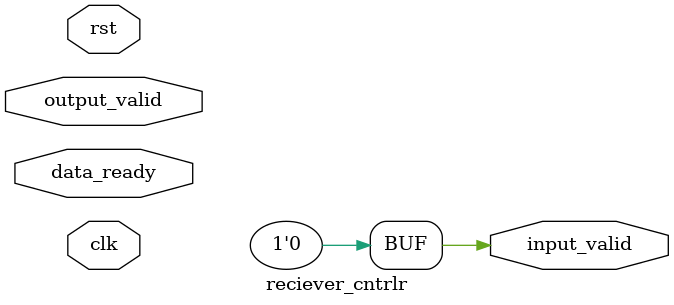
<source format=v>
`define LSB_R 2'b00
`define MSB_R 2'b01
`define FIR_CALC 2'b10
`define OUT_READY 2'b11

module reciever_cntrlr(
    clk,
    rst,
    data_ready,
    input_valid,
    output_valid
);
 input clk,rst,data_ready,output_valid;
 output reg input_valid;
 reg ps,ns;

always @(posedge clk) begin
    if(rst)
    ps=`LSB_R;
    else
    ps=ns;
end

always @(*)
begin
case(ps)
`LSB_R:ns=data_ready ? `MSB_R : `LSB_R;
`MSB_R:ns=data_ready ? `FIR_CALC : `MSB_R;
`FIR_CALC:ns=`OUT_READY;
`OUT_READY:ns=output_valid ? `LSB_R : `OUT_READY;
endcase
end
 
always @(ps) begin
input_valid=0;
case(ps)
//`LSB_R
//`MSB_R
`FIR_CALC:input_valid=1;
//`OUT_READY
endcase
end

endmodule
</source>
